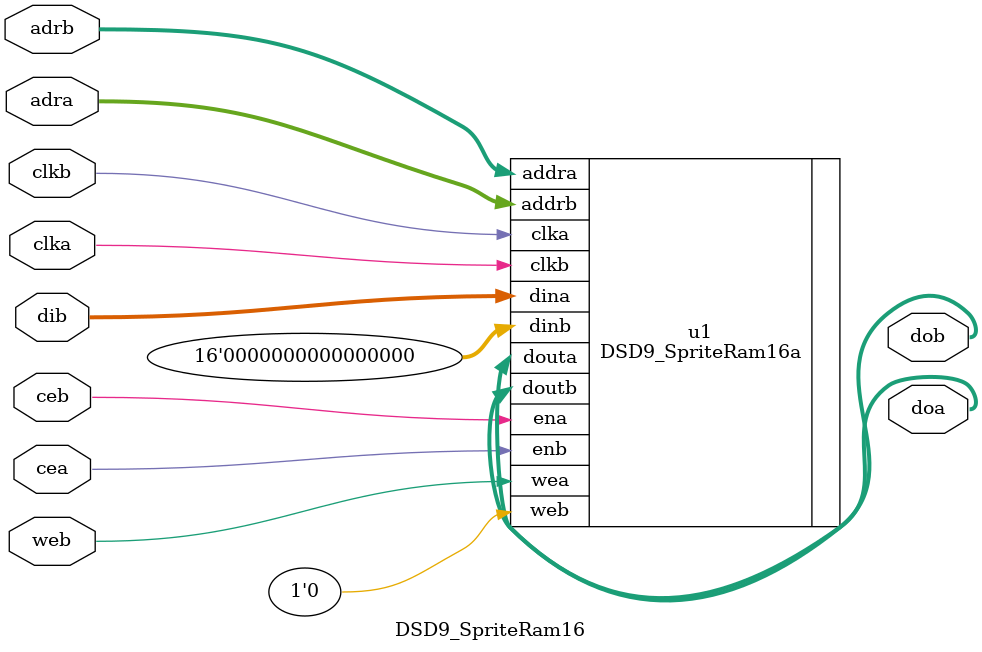
<source format=v>
`timescale 1ns / 1ps

module DSD9_SpriteController(
// Bus Slave interface
//------------------------------
// Slave signals
input rst_i,			// reset
input clk_i,			// clock
input         s_cs_ram_i,   // circuit select
input         s_cs_reg_i,
input         s_cyc_i,	// cycle valid
input         s_stb_i,	// data transfer
output        s_ack_o,	// transfer acknowledge
input         s_we_i,	// write
input  [ 3:0] s_sel_i,	// byte select
input  [16:0] s_adr_i,	// address
input  [31:0] s_dat_i,	// data input
output reg [31:0] s_dat_o,	// data output
//------------------------------
// Bus Master Signals
input m_clk_i,				// clock
output [1:0]  m_bte_o,
output [2:0]  m_cti_o,
output reg    m_cyc_o,	// cycle is valid
output        m_stb_o,	// strobe output
input         m_ack_i,	// input data is ready
input         m_err_i,	
output        m_we_o,
output reg [31:0] m_adr_o,	// DMA address
input  [31:0] m_dat_i,	// data input
output [31:0] m_dat_o,
//--------------------------
input vclk,					// video dot clock
input hSync,				// horizontal sync pulse
input vSync,				// vertical sync pulse
input blank,				// blanking signal
input [1:0] rgbPriority,
input [23:0] rgbIn,			// input pixel stream
output reg [23:0] rgbOut,	// output pixel stream
output irq					// interrupt request
);

reg m_soc_o;

//--------------------------------------------------------------------
// Core Parameters
//--------------------------------------------------------------------
parameter pnSpr = 8;		// number of sprites
parameter phBits = 12;		// number of bits in horizontal timing counter
parameter pvBits = 12;		// number of bits in vertical timing counter
parameter pColorBits = 16;	// number of bits used for color data
localparam pnSprm = pnSpr-1;


//--------------------------------------------------------------------
// Variable Declarations
//--------------------------------------------------------------------

wire [4:0] sprN = s_adr_i[8:4];

reg [phBits-1:0] hctr;		// horizontal reference counter (counts dots since hSync)
reg [pvBits-1:0] vctr;		// vertical reference counter (counts scanlines since vSync)
reg sprSprIRQ;
reg sprBkIRQ;

reg [15:0] out;			// sprite output
reg outact;				// sprite output is active
wire bkCollision;		// sprite-background collision
reg [23:0] bgTc;		// background transparent color
reg [23:0] bkColor;		// background color


reg [pnSprm:0] sprWe;	// block ram write enable for image cache update
reg [pnSprm:0] sprRe;	// block ram read enable for image cache update

// Global control registers
reg [31:0] sprEn;   	// enable sprite
reg [pnSprm:0] sprCollision;	    // sprite-sprite collision
reg sprSprIe;			// sprite-sprite interrupt enable
reg sprBkIe;            // sprite-background interrupt enable
reg sprSprIRQPending;   // sprite-sprite collision interrupt pending
reg sprBkIRQPending;    // sprite-background collision interrupt pending
reg sprSprIRQPending1;  // sprite-sprite collision interrupt pending
reg sprBkIRQPending1;   // sprite-background collision interrupt pending
reg sprSprIRQ1;			// vclk domain regs
reg sprBkIRQ1;

// Sprite control registers
reg [31:0] sprSprCollision;
reg [pnSprm:0] sprSprCollision1;
reg [31:0] sprBkCollision;
reg [pnSprm:0] sprBkCollision1;
reg [pColorBits-1:0] sprTc [pnSprm:0];		// sprite transparent color code
// How big the pixels are:
// 1 to 16 video clocks
reg [3:0] hSprRes [pnSprm:0];		// sprite horizontal resolution
reg [3:0] vSprRes [pnSprm:0];		// sprite vertical resolution
reg [7:0] sprWidth [pnSprm:0];		// number of pixels in X direction
reg [7:0] sprHeight [pnSprm:0];		// number of vertical pixels

// display and timing signals
reg [31:0] hSprReset;   // horizontal reset
reg [31:0] vSprReset;   // vertical reset
reg [31:0] hSprDe;		// sprite horizontal display enable
reg [31:0] vSprDe;		// sprite vertical display enable
reg [31:0] sprDe;			// display enable
reg [phBits-1:0] hSprPos [pnSprm:0];	// sprite horizontal position
reg [pvBits-1:0] vSprPos [pnSprm:0];	// sprite vertical position
reg [7:0] hSprCnt [pnSprm:0];	// sprite horizontal display counter
reg [7:0] vSprCnt [pnSprm:0];	// vertical display counter
reg [11:0] sprImageOffs [pnSprm:0];	// offset within sprite memory
reg [11:0] sprAddr [pnSprm:0];	// index into sprite memory
reg [11:0] sprAddrB [pnSprm:0];	// backup address cache for rescan
wire [pColorBits-1:0] sprOut [pnSprm:0];	// sprite image data output

// DMA access
reg [31:12] sprSysAddr [pnSprm:0];	// system memory address of sprite image (low bits)
reg [4:0] dmaOwner;			// which sprite has the DMA channel
reg [31:0] sprDt;		// DMA trigger register
reg dmaActive;				// this flag indicates that a block DMA transfer is active

integer n;

//--------------------------------------------------------------------
// DMA control / bus interfacing
//--------------------------------------------------------------------
wire cs_ram = s_cyc_i && s_stb_i && s_cs_ram_i;
wire cs_regs = s_cyc_i && s_stb_i && s_cs_reg_i;

reg sprRdy, spr_ack2, spr_ack3;
always @(posedge clk_i)
	sprRdy = (cs_ram|cs_regs);
always @(posedge clk_i)
    spr_ack2 <= sprRdy & (cs_ram|cs_regs);
always @(posedge clk_i)
    spr_ack3 <= spr_ack2 & (cs_ram|cs_regs);

//assign s_ack_o = cs_regs ? 1'b1 : cs_ram ? (s_we_i ? 1 : sprRamRdy) : 0;
assign s_ack_o = (cs_regs|cs_ram) ? (s_we_i ? 1'b1 : spr_ack3) : 1'b0;
assign irq = sprSprIRQ|sprBkIRQ;

//--------------------------------------------------------------------
// DMA control / bus interfacing
//--------------------------------------------------------------------
reg dmaStart;

wire sbi_rdy1 = m_ack_i|m_err_i;

reg [7:0] cob;	// count of burst cycles

assign m_bte_o = 2'b00;
assign m_cti_o = 3'b000;
assign m_stb_o = 1'b1;
assign m_we_o = 1'b0;
assign m_dat_o = 32'h00000;

always @(posedge m_clk_i)
if (rst_i) begin
	dmaStart <= 1'b0;
	dmaActive <= 1'b0;
	dmaOwner <= 4'd0;
	wb_m_nack();
	cob <= 8'd0;
end
else begin
	dmaStart <= 1'b0;
	m_soc_o <= 1'b0;
	if (!dmaActive) begin
		cob <= 8'd0;
		dmaStart <= |sprDt;
		dmaActive <= |sprDt;
		dmaOwner  <= 0;
		for (n = pnSprm; n >= 0; n = n - 1)
			if (sprDt[n]) dmaOwner <= n;
	end
	else begin
		if (!m_cyc_o) begin
			m_cyc_o <= 1'b1;
			m_adr_o <= {sprSysAddr[dmaOwner],cob[7:0],4'h0};
			m_soc_o <= 1'b1;
			cob <= cob + 8'd1;
		end
		else if (m_ack_i|m_err_i) begin
			m_soc_o <= 1'b1;
			m_adr_o[3:0] <= m_adr_o[3:0] + 8'd4;
			if (m_adr_o[3:0]==4'hC) begin
				wb_m_nack();
				if (cob==8'd255)
					dmaActive <= 1'b0;
			end
		end
	end
end

task wb_m_nack;
begin
	m_soc_o <= 1'b0;
	m_cyc_o <= 1'b0;
end
endtask

// generate a write enable strobe for the sprite image memory
always @(dmaOwner, dmaActive, s_adr_i, cs_ram, s_we_i, m_ack_i)
for (n = 0; n < pnSpr; n = n + 1)
	sprWe[n] = (dmaOwner==n && dmaActive && m_ack_i)||(cs_ram && s_we_i && s_adr_i[16:12]==n);

always @(cs_ram, s_adr_i)
for (n = 0; n < pnSpr; n = n + 1)
	sprRe[n] = cs_ram && s_adr_i[16:12]==n;

//--------------------------------------------------------------------
//--------------------------------------------------------------------

wire [31:0] sr_dout [pnSprm:0];
reg [31:0] sr_dout_all;

generate
begin : gSrDout
always @(pnSpr)
if (pnSpr==1)
	sr_dout_all <= sr_dout[0];
else if (pnSpr==2)
	sr_dout_all <= sr_dout[0]|sr_dout[1];
else if (pnSpr==4)
	sr_dout_all <= sr_dout[0]|sr_dout[1]|sr_dout[2]|sr_dout[3];
else if (pnSpr==6)
	sr_dout_all <= sr_dout[0]|sr_dout[1]|sr_dout[2]|sr_dout[3]|sr_dout[4]|sr_dout[5];
else if (pnSpr==8)
	sr_dout_all <= sr_dout[0]|sr_dout[1]|sr_dout[2]|sr_dout[3]|sr_dout[4]|sr_dout[5]|sr_dout[6]|sr_dout[7];//|
else if (pnSpr==14)
	sr_dout_all <= sr_dout[0]|sr_dout[1]|sr_dout[2]|sr_dout[3]|sr_dout[4]|sr_dout[5]|sr_dout[6]|sr_dout[7]|
							sr_dout[8]|sr_dout[9]|sr_dout[10]|sr_dout[11]|sr_dout[12]|sr_dout[13];
else if (pnSpr==32)
	sr_dout_all <= sr_dout[0]|sr_dout[1]|sr_dout[2]|sr_dout[3]|sr_dout[4]|sr_dout[5]|sr_dout[6]|sr_dout[7]|
				   sr_dout[8]|sr_dout[9]|sr_dout[10]|sr_dout[11]|sr_dout[12]|sr_dout[13]|sr_dout[14]|sr_dout[15]|
				   sr_dout[16]|sr_dout[17]|sr_dout[18]|sr_dout[19]|sr_dout[20]|sr_dout[21]|sr_dout[22]|sr_dout[23]|
				   sr_dout[24]|sr_dout[25]|sr_dout[26]|sr_dout[27]|sr_dout[28]|sr_dout[29]|sr_dout[30]|sr_dout[31]
				   ;
end
endgenerate

reg [31:0] reg_shadow [0:255];
reg [7:0] radr;
always @(posedge clk_i)
begin
    if (cs_regs & s_we_i & s_sel_i[0])  reg_shadow[s_adr_i[9:2]][7:0] <= s_dat_i[7:0];
    if (cs_regs & s_we_i & s_sel_i[1])  reg_shadow[s_adr_i[9:2]][15:8] <= s_dat_i[15:8];
    if (cs_regs & s_we_i & s_sel_i[2])  reg_shadow[s_adr_i[9:2]][23:16] <= s_dat_i[23:16];
    if (cs_regs & s_we_i & s_sel_i[3])  reg_shadow[s_adr_i[9:2]][31:24] <= s_dat_i[31:24];
end
always @(posedge clk_i)
    radr <= s_adr_i[9:2];
wire [31:0] reg_shadow_o = reg_shadow[radr];

// register/sprite memory output mux
always @(posedge clk_i)
	if (cs_ram)
		s_dat_o <= sr_dout_all;
	else if (cs_regs)
		case (s_adr_i[9:2])		// synopsys full_case parallel_case
		8'b11110000:	s_dat_o <= sprEn;
		8'b11110001:	s_dat_o <= {sprBkIRQPending|sprSprIRQPending,5'b0,sprBkIRQPending,sprSprIRQPending,6'b0,sprBkIe,sprSprIe};
		8'b11110010:	s_dat_o <= sprSprCollision;
		8'b11110011:	s_dat_o <= sprBkCollision;
		8'b11110100:	s_dat_o <= sprDt;
		default:	s_dat_o <= reg_shadow_o;
		endcase


// vclk -> clk_i
always @(posedge clk_i)
begin
	sprSprIRQ <= sprSprIRQ1;
	sprBkIRQ <= sprBkIRQ1;
	sprSprIRQPending <= sprSprIRQPending1;
	sprBkIRQPending <= sprBkIRQPending1;
	sprSprCollision <= sprSprCollision1;
	sprBkCollision <= sprBkCollision1;
end


// register updates
// on the clk_i domain
always @(posedge clk_i)
if (rst_i) begin
	sprEn <= {pnSpr{1'b1}};
	sprDt <= 0;
    for (n = 0; n < pnSpr; n = n + 1) begin
		sprSysAddr[n] <= 20'b0001_0000_0000_0100 + n;	//1000_4000
	end
	sprSprIe <= 0;
	sprBkIe  <= 0;

    // Set reasonable starting positions on the screen
    // so that the sprites might be visible for testing
    for (n = 0; n < pnSpr; n = n + 1) begin
        hSprPos[n] <= 400 + (n & 15) * 60;
        vSprPos[n] <= 200 + (n > 16 ? 100 : 0);
        sprTc[n] <= 16'h6739;
		sprWidth[n] <= 56;  // 56x36 sprites
		sprHeight[n] <= 36;
		hSprRes[n] <= 0;	// our standard display
		vSprRes[n] <= 0;
		sprImageOffs[n] <= 0;
	end
    hSprPos[0] <= 290;
    vSprPos[0] <= 72;

    bgTc <= 24'h00_00_00;
    bkColor <= 24'hFF_FF_60;
end
else begin
	// clear DMA trigger bit once DMA is recognized
	if (dmaStart)
		sprDt[dmaOwner] <= 1'b0;

	if (cs_regs & s_we_i) begin

		casex (s_adr_i[9:2])
		8'b11110000:	// 3C0
			begin
				if (s_sel_i[0]) sprEn[7:0] <= s_dat_i[7:0];
				if (s_sel_i[1]) sprEn[15:8] <= s_dat_i[15:8];
				if (s_sel_i[2]) sprEn[23:16] <= s_dat_i[23:16];
				if (s_sel_i[3]) sprEn[31:24] <= s_dat_i[31:24];
			end
		8'b11110001:	// 3C4
			if (s_sel_i[0]) begin
				sprSprIe <= s_dat_i[0];
				sprBkIe <= s_dat_i[1];
			end
		// update DMA trigger
		// s_dat_i[7:0] indicates which triggers to set  (1=set,0=ignore)
		// s_dat_i[7:0] indicates which triggers to clear (1=clear,0=ignore)
		8'b11110100:	// 3D0
			begin
				if (s_sel_i[0])	sprDt[7:0] <= sprDt[7:0] | s_dat_i[7:0];
				if (s_sel_i[1]) sprDt[15:8] <= sprDt[15:8] | s_dat_i[15:8];
				if (s_sel_i[2]) sprDt[23:16] <= sprDt[23:16] | s_dat_i[23:16];
				if (s_sel_i[3])	sprDt[31:24] <= sprDt[31:24] | s_dat_i[31:24];
			end
		8'b11110101:	// 3D4
			begin
				if (s_sel_i[0])	sprDt[7:0] <= sprDt[7:0] & ~s_dat_i[7:0];
				if (s_sel_i[1]) sprDt[15:8] <= sprDt[15:8] & ~s_dat_i[15:8];
				if (s_sel_i[2]) sprDt[23:16] <= sprDt[23:16] & ~s_dat_i[23:16];
				if (s_sel_i[3])	sprDt[31:24] <= sprDt[31:24] & ~s_dat_i[31:24];
			end
		8'b11111010:	// 3E8
			begin
				if (s_sel_i[0])	bgTc[7:0] <= s_dat_i[7:0];
				if (s_sel_i[1])	bgTc[15:8] <= s_dat_i[15:8];
				if (s_sel_i[2])	bgTc[23:16] <= s_dat_i[23:16];
			end
		8'b11111011:	// 3EC
			begin
				if (s_sel_i[0]) bkColor[7:0] <= s_dat_i[7:0];
				if (s_sel_i[1]) bkColor[15:8] <= s_dat_i[15:8];
				if (s_sel_i[2]) bkColor[23:16] <= s_dat_i[23:16];
			end
		8'b0xxxxx00:
			 begin
	    		if (s_sel_i[0]) hSprPos[sprN][ 7:0] <= s_dat_i[ 7: 0];
	    		if (s_sel_i[1]) hSprPos[sprN][10:8] <= s_dat_i[10: 8];
	    		if (s_sel_i[2]) vSprPos[sprN][ 7:0] <= s_dat_i[23:16];
	    		if (s_sel_i[3]) vSprPos[sprN][10:8] <= s_dat_i[26:24];
    		end
    	8'b0xxxxx01:
			begin
	    		if (s_sel_i[0]) begin
					sprWidth[sprN] <= s_dat_i[7:0];
	            end
	    		if (s_sel_i[1]) begin
					sprHeight[sprN] <= s_dat_i[15:8];
	            end
				if (s_sel_i[2]) begin
	            	hSprRes[sprN] <= s_dat_i[19:16];
	            	vSprRes[sprN] <= s_dat_i[23:20];
				end
			end
		8'b0xxxxx10:
			begin	// DMA address set on clk_i domain
	            if (s_sel_i[0]) sprImageOffs[sprN][ 7:0] <= s_dat_i[7:0];
	            if (s_sel_i[1]) sprImageOffs[sprN][10:8] <= s_dat_i[11:8];
				if (s_sel_i[1]) sprSysAddr[sprN][15:12] <= s_dat_i[15:12];
				if (s_sel_i[2]) sprSysAddr[sprN][23:16] <= s_dat_i[23:16];
				if (s_sel_i[3]) sprSysAddr[sprN][31:24] <= s_dat_i[31:24];
			end
		8'b0xxxxx11:
			begin
				if (s_sel_i[0]) sprTc[sprN][ 7:0] <= s_dat_i[ 7:0];
				if (pColorBits>8)
					if (s_sel_i[1]) sprTc[sprN][15:8] <= s_dat_i[15:8];
			end

		default:	;
		endcase
	
	end
end

//-------------------------------------------------------------
// Sprite Image Cache RAM
// This RAM is dual ported with an SoC side and a display
// controller side.
//-------------------------------------------------------------
wire [9:0] sr_adr = m_cyc_o ? m_adr_o[11:2] : s_adr_i[11:2];
wire [31:0] sr_din = m_cyc_o ? m_dat_i[31:0] : s_dat_i[31:0];
wire sr_ce = m_cyc_o ? sbi_rdy1 : cs_ram;

// Note: the sprite output can't be zeroed out using the rst input!!!
// We need to know what the output is to determine if it's the 
// transparent color.
genvar g;
generate
	for (g = 0; g < pnSpr; g = g + 1)
	begin : genSpriteRam
		if (pColorBits==8)
			DSD9_SpriteRam8 sprRam0
			(
				.clka(vclk),
				.adra(sprAddr[g]),
				.doa(sprOut[g]),
				.cea(1'b1),

				.clkb(clk_i),
				.adrb(sr_adr),
				.dib(sr_din),
				.dob(sr_dout[g]),
				.ceb(sr_ce),
				.web(sprWe[g])
			);
		else if (pColorBits==16)
			DSD9_SpriteRam16 sprRam0
			(
				.clka(vclk),
				.adra(sprAddr[g][10:0]),
				.doa(sprOut[g]),
				.cea(1'b1),
				
				.clkb(clk_i),
				.adrb(sr_adr),
				.dib(sr_din),
				.dob(sr_dout[g]),
				.ceb(sr_ce),
				.web(sprWe[g])
			);
	end
endgenerate



//-------------------------------------------------------------
// Timing counters and addressing
// Sprites are like miniature bitmapped displays, they need
// all the same timing controls.
//-------------------------------------------------------------

// Create a timing reference using horizontal and vertical
// sync
wire hSyncEdge, vSyncEdge;
edge_det ed0(.rst(rst_i), .clk(vclk), .ce(1'b1), .i(hSync), .pe(hSyncEdge), .ne(), .ee() );
edge_det ed1(.rst(rst_i), .clk(vclk), .ce(1'b1), .i(vSync), .pe(vSyncEdge), .ne(), .ee() );

always @(posedge vclk)
if (rst_i)        	hctr <= 0;
else if (hSyncEdge) hctr <= 0;
else            	hctr <= hctr + 1;

always @(posedge vclk)
if (rst_i)        	vctr <= 0;
else if (vSyncEdge) vctr <= 0;
else if (hSyncEdge) vctr <= vctr + 1;

// track sprite horizontal reset
always @(posedge vclk)
for (n = 0; n < pnSpr; n = n + 1)
	hSprReset[n] <= hctr==hSprPos[n];

// track sprite vertical reset
always @(posedge vclk)
for (n = 0; n < pnSpr; n = n + 1)
	vSprReset[n] <= vctr==vSprPos[n];

always @(hSprDe, vSprDe)
for (n = 0; n < pnSpr; n = n + 1)
	sprDe[n] <= hSprDe[n] & vSprDe[n];


// take care of sprite size scaling
// video clock division
reg [31:0] hSprNextPixel;
reg [31:0] vSprNextPixel;
reg [3:0] hSprPt [31:0];   // horizontal pixel toggle
reg [3:0] vSprPt [31:0];   // vertical pixel toggle
always @*
for (n = 0; n < pnSpr; n = n + 1)
    hSprNextPixel[n] = hSprPt[n]==hSprRes[n];
always @*
for (n = 0; n < pnSpr; n = n + 1)
    vSprNextPixel[n] = vSprPt[n]==vSprRes[n];

// horizontal pixel toggle counter
always @(posedge vclk)
for (n = 0; n < pnSpr; n = n + 1)
	if (hSprReset[n])
		hSprPt[n] <= 0;
    else if (hSprNextPixel[n])
        hSprPt[n] <= 0;
    else
        hSprPt[n] <= hSprPt[n] + 1;

// vertical pixel toggle counter
always @(posedge vclk)
for (n = 0; n < pnSpr; n = n + 1)
    if (hSprReset[n]) begin
    	if (vSprReset[n])
    		vSprPt[n] <= 0;
        else if (vSprNextPixel[n])
            vSprPt[n] <= 0;
        else
            vSprPt[n] <= vSprPt[n] + 1;
    end


// clock sprite image address counters
always @(posedge vclk)
for (n = 0; n < pnSpr; n = n + 1) begin
    // hReset and vReset - top left of sprite,
    // reset address to image offset
	if (hSprReset[n] & vSprReset[n]) begin
		sprAddr[n]  <= sprImageOffs[n];
		sprAddrB[n] <= sprImageOffs[n];
	end
	// hReset:
	//  If the next vertical pixel
	//      set backup address to current address
	//  else
	//      set current address to backup address
	//      in order to rescan the line
	else if (hSprReset[n]) begin
		if (vSprNextPixel[n])
			sprAddrB[n] <= sprAddr[n];
		else
			sprAddr[n]  <= sprAddrB[n];
	end
	// Not hReset or vReset - somewhere on the sprite scan line
	// just advance the address when the next pixel should be
	// fetched
	else if (sprDe[n] & hSprNextPixel[n])
		sprAddr[n] <= sprAddr[n] + 1;
end


// clock sprite column (X) counter
always @(posedge vclk)
for (n = 0; n < pnSpr; n = n + 1)
	if (hSprReset[n])
		hSprCnt[n] <= 0;
	else if (hSprNextPixel[n])
		hSprCnt[n] <= hSprCnt[n] + 1;


// clock sprite horizontal display enable
always @(posedge vclk)
for (n = 0; n < pnSpr; n = n + 1) begin
	if (hSprReset[n])
		hSprDe[n] <= 1;
	else if (hSprNextPixel[n]) begin
		if (hSprCnt[n] == sprWidth[n])
			hSprDe[n] <= 0;
	end
end


// clock the sprite row (Y) counter
always @(posedge vclk)
for (n = 0; n < pnSpr; n = n + 1)
	if (hSprReset[n]) begin
		if (vSprReset[n])
			vSprCnt[n] <= 0;
		else if (vSprNextPixel[n])
			vSprCnt[n] <= vSprCnt[n] + 1;
	end


// clock sprite vertical display enable
always @(posedge vclk)
for (n = 0; n < pnSpr; n = n + 1) begin
	if (hSprReset[n]) begin
		if (vSprReset[n])
			vSprDe[n] <= 1;
		else if (vSprNextPixel[n]) begin
			if (vSprCnt[n] == sprHeight[n])
				vSprDe[n] <= 0;
		end
	end
end


//-------------------------------------------------------------
// Output stage
//-------------------------------------------------------------

// function used for color blending
// given an alpha and a color component, determine the resulting color
// this blends towards black or white
// alpha is eight bits ranging between 0 and 1.999...
// 1 bit whole, 7 bits fraction
function [7:0] fnBlend;
input [7:0] alpha;
input [7:0] colorbits;

begin
	fnBlend = (({8'b0,colorbits} * alpha) >> 7);
end
endfunction


// pipeline delays for display enable
reg [31:0] sprDe1;
reg [31:0] sproact;
always @(posedge vclk)
for (n = 0; n < pnSpr; n = n + 1) begin
	sprDe1[n] <= sprDe[n];
end


// Detect which sprite outputs are active
// The sprite output is active if the current display pixel
// address is within the sprite's area, the sprite is enabled,
// and it's not a transparent pixel that's being displayed.
always @(n, sprEn, sprDe1)
for (n = 0; n < pnSpr; n = n + 1)
	sproact[n] <= sprEn[n] && sprDe1[n] && sprTc[n]!=sprOut[n];

// register sprite activity flag
// The image combiner uses this flag to know what to do with
// the sprite output.
always @(posedge vclk)
outact = |sproact;

// Display data comes from the active sprite with the
// highest display priority.
// Make sure that alpha blending is turned off when
// no sprite is active.
always @(posedge vclk)
begin
	out = 16'h0080;	// alpha blend max (and off)
	for (n = pnSprm; n >= 0; n = n - 1)
		if (sproact[n]) out = sprOut[n];
end


// combine the text / graphics color output with sprite color output
// blend color output
wire [23:0] blendedColor = {
 	fnBlend(out[7:0],rgbIn[23:16]),		// R
 	fnBlend(out[7:0],rgbIn[15: 8]),		// G
 	fnBlend(out[7:0],rgbIn[ 7: 0])};	// B


// display color priority bit [24] 1=display is over sprite
always @(posedge vclk)
if (blank)
	rgbOut <= 0;
else begin
	if (rgbPriority==2'b10 && rgbIn[23:0] != bgTc)	// color is in front of sprite
		rgbOut <= rgbIn[23:0];
	else if (outact) begin
		if (!out[15]) begin			// a sprite is displayed without alpha blending
			if (pColorBits==8)
				rgbOut <= {out[7:5],5'b0,out[4:2],5'b0,out[1:0],6'b0};
			else
				rgbOut <= {out[14:10],3'b0,out[9:5],3'b0,out[4:0],3'b0};
		end
		else
			rgbOut <= blendedColor;
	end else
		rgbOut <= rgbIn[23:0];
end


//--------------------------------------------------------------------
// Collision logic
//--------------------------------------------------------------------

// Detect when a sprite-sprite collision has occurred. The criteria
// for this is that a pixel from the sprite is being displayed, while
// there is a pixel from another sprite that could be displayed at the
// same time.

//--------------------------------------------------------------------
// Note this case has to be modified for the number of sprites
//--------------------------------------------------------------------
generate
begin : gSprsColliding
always @(pnSpr or sproact)
if (pnSpr==1)
	sprCollision = 0;
else if (pnSpr==2)
	case (sproact)
	2'b00,
	2'b01,
	2'b10:	sprCollision = 0;
	2'b11:	sprCollision = 1;
	endcase
else if (pnSpr==4)
	case (sproact)
	4'b0000,
	4'b0001,
	4'b0010,
	4'b0100,
	4'b1000:	sprCollision = 0;
	default:	sprCollision = 1;
	endcase
else if (pnSpr==6)
	case (sproact)
	6'b000000,
	6'b000001,
	6'b000010,
	6'b000100,
	6'b001000,
	6'b010000,
	8'b100000:	sprCollision = 0;
	default:	sprCollision = 1;
	endcase
else if (pnSpr==8)
	case (sproact)
	8'b00000000,
	8'b00000001,
	8'b00000010,
	8'b00000100,
	8'b00001000,
	8'b00010000,
	8'b00100000,
	8'b01000000,
	8'b10000000:	sprCollision = 0;
	default:		sprCollision = 1;
	endcase
else if (pnSpr==14)
	case (sproact)
	14'b00000000000000,
	14'b00000000000001,
	14'b00000000000010,
	14'b00000000000100,
	14'b00000000001000,
	14'b00000000010000,
	14'b00000000100000,
	14'b00000001000000,
	14'b00000010000000,
	14'b00000100000000,
	14'b00001000000000,
	14'b00010000000000,
	14'b00100000000000,
	14'b01000000000000,
	14'b10000000000000:	sprCollision = 0;
	default:			sprCollision = 1;
	endcase
else if (pnSpr==32)
	case (sproact)
	32'h00000000,
	32'h00000001,
	32'h00000002,
	32'h00000004,
	32'h00000008,
	32'h00000010,
	32'h00000020,
	32'h00000040,
	32'h00000080,
	32'h00000100,
	32'h00000200,
	32'h00000400,
	32'h00000800,
	32'h00001000,
	32'h00002000,
	32'h00004000,
	32'h00008000,
	32'h00010000,
	32'h00020000,
	32'h00040000,
	32'h00080000,
	32'h00100000,
	32'h00200000,
	32'h00400000,
	32'h00800000,
	32'h01000000,
	32'h02000000,
	32'h04000000,
	32'h08000000,
	32'h10000000,
	32'h20000000,
	32'h40000000,
	32'h80000000:		sprCollision = 0;
	default:			sprCollision = 1;
	endcase
end
endgenerate

// Detect when a sprite-background collision has occurred
assign bkCollision = //(rgbIn[24] && rgbIn[23:0] != bgTc) ? 0 :
		outact && rgbPriority==2'b01;//rgbIn[23:0] != bkColor;

// Load the sprite collision register. This register continually
// accumulates collision bits until reset by reading the register.
// Set the collision IRQ on the first collision and don't set it
// again until after the collision register has been read.
always @(posedge vclk)
if (rst_i) begin
	sprSprIRQPending1 <= 0;
	sprSprCollision1 <= 0;
	sprSprIRQ1 <= 0;
end
else if (sprCollision) begin
	// isFirstCollision
	if ((sprSprCollision1==0)||(cs_regs && s_sel_i[0] && s_adr_i[9:2]==8'b11110010)) begin
		sprSprIRQPending1 <= 1;
		sprSprIRQ1 <= sprSprIe;
		sprSprCollision1 <= sproact;
	end
	else
		sprSprCollision1 <= sprSprCollision1|sproact;
end
else if (cs_regs && s_sel_i[0] && s_adr_i[9:2]==8'b11110010) begin
	sprSprCollision1 <= 0;
	sprSprIRQPending1 <= 0;
	sprSprIRQ1 <= 0;
end


// Load the sprite background collision register. This register
// continually accumulates collision bits until reset by reading
// the register.
// Set the collision IRQ on the first collision and don't set it
// again until after the collision register has been read.
// Note the background collision indicator is externally supplied,
// it will come from the color processing logic.
always @(posedge vclk)
if (rst_i) begin
	sprBkIRQPending1 <= 0;
	sprBkCollision1 <= 0;
	sprBkIRQ1 <= 0;
end
else if (bkCollision) begin
	// Is the register being cleared at the same time
	// a collision occurss ?
	// isFirstCollision
	if ((sprBkCollision1==0) || (cs_regs && s_sel_i[0] && s_adr_i[9:2]==8'b11110011)) begin	
		sprBkIRQ1 <= sprBkIe;
		sprBkCollision1 <= sproact;
		sprBkIRQPending1 <= 1;
	end
	else
		sprBkCollision1 <= sprBkCollision1|sproact;
end
else if (cs_regs && s_sel_i[0] && s_adr_i[9:2]==8'b11110011) begin
	sprBkCollision1 <= 0;
	sprBkIRQPending1 <= 0;
	sprBkIRQ1 <= 0;
end

endmodule

// Sprite RAM for eight bit color depth
module DSD9_SpriteRam8 (
	clka, adra, doa, cea,
	clkb, adrb, dib, dob, ceb, web
);
input clka;
input [11:0] adra;
output [7:0] doa;
reg [7:0] doa;
input cea;
input clkb;
input [9:0] adrb;
input [31:0] dib;
output [31:0] dob;
input ceb;
input web;

DSD9_SpriteRam8a u1 (
  .clka(clkb),    // input wire clka
  .ena(ceb),      // input wire ena
  .wea(web),      // input wire [0 : 0] wea
  .addra(adrb),  // input wire [9 : 0] addra
  .dina(dib),    // input wire [31 : 0] dina
  .douta(dob),   // output wire [31 : 0] douta
  .clkb(clka),    // input wire clkb
  .enb(cea),      // input wire enb
  .web(1'b0),      // input wire [0 : 0] web
  .addrb(adra),  // input wire [11 : 0] addrb
  .dinb(8'h00), // input wire [7 : 0] dinb
  .doutb(doa)  // output wire [7 : 0] doutb
);
/*
reg [31:0] mem [0:1023];
reg [11:0] radra;
reg [9:0] radrb;

always @(posedge clka)	if (cea) radra <= adra;
always @(posedge clkb) 	if (ceb) radrb <= adrb;
always @(radra)
	case(radra[1:0])
	2'b00:	doa <= mem[radra[11:2]][ 7: 0];
	2'b01:	doa <= mem[radra[11:2]][15: 8];
	2'b10:	doa <= mem[radra[11:2]][23:16];
	2'b11:	doa <= mem[radra[11:2]][31:24];
	endcase
assign dob = mem [radrb];
always @(posedge clkb)
	if (ceb & web) mem[adrb] <= dib;
*/
endmodule

// Sprite RAM for sixteen bit color depth
module DSD9_SpriteRam16 (
	clka, adra, doa, cea,
	clkb, adrb, dib, dob, ceb, web
);
input clka;
input [10:0] adra;
output [15:0] doa;
input cea;
input clkb;
input [9:0] adrb;
input [31:0] dib;
output [31:0] dob;
input ceb;
input web;

DSD9_SpriteRam16a u1 (
  .clka(clkb),    // input wire clka
  .ena(ceb),      // input wire ena
  .wea(web),      // input wire [0 : 0] wea
  .addra(adrb),  // input wire [9 : 0] addra
  .dina(dib),    // input wire [31 : 0] dina
  .douta(dob),   // output wire [31 : 0] douta
  .clkb(clka),    // input wire clkb
  .enb(cea),      // input wire enb
  .web(1'b0),      // input wire [0 : 0] web
  .addrb(adra),  // input wire [10 : 0] addrb
  .dinb(16'h0000), // input wire [15 : 0] dinb
  .doutb(doa)  // output wire [15 : 0] doutb
);

/*
reg [31:0] mem [0:1023];
reg [10:0] radra;
reg [9:0] radrb;

always @(posedge clka)	if (cea) radra <= adra;
always @(posedge clkb) 	if (ceb) radrb <= adrb;
always @(radra)
	case(radra[0])
	1'b0:	doa <= mem[radra[10:1]][15: 0];
	1'b1:	doa <= mem[radra[10:1]][31:16];
	endcase
assign dob = mem [radrb];
always @(posedge clkb)
	if (ceb & web) mem[adrb] <= dib;
*/
endmodule


</source>
